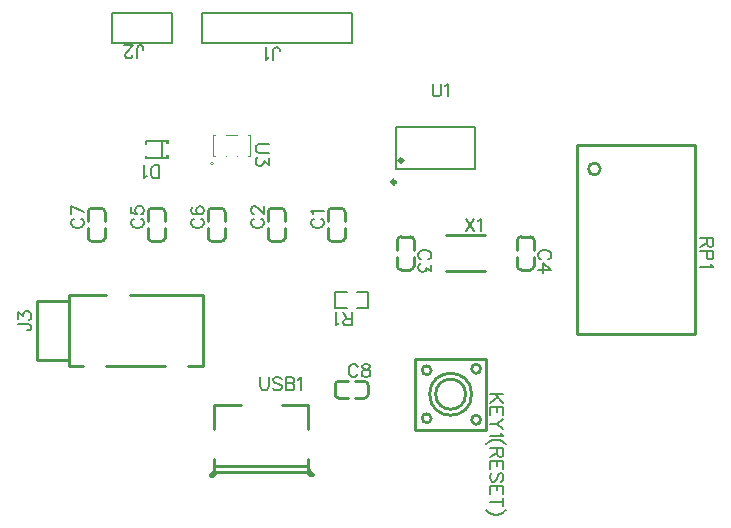
<source format=gto>
G04 Layer: TopSilkscreenLayer*
G04 EasyEDA v6.5.40, 2024-08-17 15:48:36*
G04 cb6e2e9fbd21486d88ae5690d2d3dc00,10*
G04 Gerber Generator version 0.2*
G04 Scale: 100 percent, Rotated: No, Reflected: No *
G04 Dimensions in millimeters *
G04 leading zeros omitted , absolute positions ,4 integer and 5 decimal *
%FSLAX45Y45*%
%MOMM*%

%ADD10C,0.1524*%
%ADD11C,0.2540*%
%ADD12C,0.1520*%
%ADD13C,0.1000*%
%ADD14C,0.2032*%
%ADD15C,0.2030*%
%ADD16C,0.3000*%
%ADD17C,0.0114*%

%LPD*%
D10*
X3352802Y3353815D02*
G01*
X3352802Y3275837D01*
X3357882Y3260344D01*
X3368296Y3249929D01*
X3384044Y3244850D01*
X3394458Y3244850D01*
X3409952Y3249929D01*
X3420366Y3260344D01*
X3425446Y3275837D01*
X3425446Y3353815D01*
X3459736Y3332987D02*
G01*
X3470150Y3338321D01*
X3485898Y3353815D01*
X3485898Y3244850D01*
X2348994Y2211578D02*
G01*
X2338580Y2206244D01*
X2328166Y2195829D01*
X2323086Y2185670D01*
X2323086Y2164842D01*
X2328166Y2154428D01*
X2338580Y2144013D01*
X2348994Y2138679D01*
X2364742Y2133600D01*
X2390650Y2133600D01*
X2406144Y2138679D01*
X2416558Y2144013D01*
X2426972Y2154428D01*
X2432052Y2164842D01*
X2432052Y2185670D01*
X2426972Y2195829D01*
X2416558Y2206244D01*
X2406144Y2211578D01*
X2343914Y2245868D02*
G01*
X2338580Y2256281D01*
X2323086Y2271776D01*
X2432052Y2271776D01*
X1840994Y2211578D02*
G01*
X1830580Y2206244D01*
X1820166Y2195829D01*
X1815086Y2185670D01*
X1815086Y2164842D01*
X1820166Y2154428D01*
X1830580Y2144013D01*
X1840994Y2138679D01*
X1856742Y2133600D01*
X1882650Y2133600D01*
X1898144Y2138679D01*
X1908558Y2144013D01*
X1918972Y2154428D01*
X1924052Y2164842D01*
X1924052Y2185670D01*
X1918972Y2195829D01*
X1908558Y2206244D01*
X1898144Y2211578D01*
X1840994Y2250947D02*
G01*
X1835914Y2250947D01*
X1825500Y2256281D01*
X1820166Y2261362D01*
X1815086Y2271776D01*
X1815086Y2292604D01*
X1820166Y2303018D01*
X1825500Y2308097D01*
X1835914Y2313431D01*
X1846328Y2313431D01*
X1856742Y2308097D01*
X1872236Y2297684D01*
X1924052Y2245868D01*
X1924052Y2318512D01*
X3315210Y1865121D02*
G01*
X3325624Y1870455D01*
X3336038Y1880870D01*
X3341118Y1891029D01*
X3341118Y1911857D01*
X3336038Y1922271D01*
X3325624Y1932686D01*
X3315210Y1938020D01*
X3299462Y1943100D01*
X3273554Y1943100D01*
X3258060Y1938020D01*
X3247646Y1932686D01*
X3237232Y1922271D01*
X3232152Y1911857D01*
X3232152Y1891029D01*
X3237232Y1880870D01*
X3247646Y1870455D01*
X3258060Y1865121D01*
X3341118Y1820418D02*
G01*
X3341118Y1763268D01*
X3299462Y1794510D01*
X3299462Y1779015D01*
X3294382Y1768602D01*
X3289302Y1763268D01*
X3273554Y1758187D01*
X3263140Y1758187D01*
X3247646Y1763268D01*
X3237232Y1773681D01*
X3232152Y1789429D01*
X3232152Y1804923D01*
X3237232Y1820418D01*
X3242312Y1825752D01*
X3252726Y1830831D01*
X4331210Y1865121D02*
G01*
X4341624Y1870455D01*
X4352038Y1880870D01*
X4357118Y1891029D01*
X4357118Y1911857D01*
X4352038Y1922271D01*
X4341624Y1932686D01*
X4331210Y1938020D01*
X4315462Y1943100D01*
X4289554Y1943100D01*
X4274060Y1938020D01*
X4263646Y1932686D01*
X4253232Y1922271D01*
X4248152Y1911857D01*
X4248152Y1891029D01*
X4253232Y1880870D01*
X4263646Y1870455D01*
X4274060Y1865121D01*
X4357118Y1779015D02*
G01*
X4284474Y1830831D01*
X4284474Y1752854D01*
X4357118Y1779015D02*
G01*
X4248152Y1779015D01*
X824994Y2211578D02*
G01*
X814580Y2206244D01*
X804166Y2195829D01*
X799086Y2185670D01*
X799086Y2164842D01*
X804166Y2154428D01*
X814580Y2144013D01*
X824994Y2138679D01*
X840742Y2133600D01*
X866650Y2133600D01*
X882144Y2138679D01*
X892558Y2144013D01*
X902972Y2154428D01*
X908052Y2164842D01*
X908052Y2185670D01*
X902972Y2195829D01*
X892558Y2206244D01*
X882144Y2211578D01*
X799086Y2308097D02*
G01*
X799086Y2256281D01*
X845822Y2250947D01*
X840742Y2256281D01*
X835408Y2271776D01*
X835408Y2287270D01*
X840742Y2303018D01*
X850902Y2313431D01*
X866650Y2318512D01*
X877064Y2318512D01*
X892558Y2313431D01*
X902972Y2303018D01*
X908052Y2287270D01*
X908052Y2271776D01*
X902972Y2256281D01*
X897892Y2250947D01*
X887478Y2245868D01*
X1332994Y2211578D02*
G01*
X1322580Y2206244D01*
X1312166Y2195829D01*
X1307086Y2185670D01*
X1307086Y2164842D01*
X1312166Y2154428D01*
X1322580Y2144013D01*
X1332994Y2138679D01*
X1348742Y2133600D01*
X1374650Y2133600D01*
X1390144Y2138679D01*
X1400558Y2144013D01*
X1410972Y2154428D01*
X1416052Y2164842D01*
X1416052Y2185670D01*
X1410972Y2195829D01*
X1400558Y2206244D01*
X1390144Y2211578D01*
X1322580Y2308097D02*
G01*
X1312166Y2303018D01*
X1307086Y2287270D01*
X1307086Y2277110D01*
X1312166Y2261362D01*
X1327914Y2250947D01*
X1353822Y2245868D01*
X1379730Y2245868D01*
X1400558Y2250947D01*
X1410972Y2261362D01*
X1416052Y2277110D01*
X1416052Y2282189D01*
X1410972Y2297684D01*
X1400558Y2308097D01*
X1385064Y2313431D01*
X1379730Y2313431D01*
X1364236Y2308097D01*
X1353822Y2297684D01*
X1348742Y2282189D01*
X1348742Y2277110D01*
X1353822Y2261362D01*
X1364236Y2250947D01*
X1379730Y2245868D01*
X316994Y2211578D02*
G01*
X306580Y2206244D01*
X296166Y2195829D01*
X291086Y2185670D01*
X291086Y2164842D01*
X296166Y2154428D01*
X306580Y2144013D01*
X316994Y2138679D01*
X332742Y2133600D01*
X358650Y2133600D01*
X374144Y2138679D01*
X384558Y2144013D01*
X394972Y2154428D01*
X400052Y2164842D01*
X400052Y2185670D01*
X394972Y2195829D01*
X384558Y2206244D01*
X374144Y2211578D01*
X291086Y2318512D02*
G01*
X400052Y2266695D01*
X291086Y2245868D02*
G01*
X291086Y2318512D01*
X1038900Y2551684D02*
G01*
X1038900Y2660650D01*
X1038900Y2551684D02*
G01*
X1002578Y2551684D01*
X986830Y2556763D01*
X976670Y2567178D01*
X971336Y2577592D01*
X966256Y2593339D01*
X966256Y2619247D01*
X971336Y2634742D01*
X976670Y2645155D01*
X986830Y2655570D01*
X1002578Y2660650D01*
X1038900Y2660650D01*
X931966Y2572512D02*
G01*
X921552Y2567178D01*
X905804Y2551684D01*
X905804Y2660650D01*
X1963193Y2838488D02*
G01*
X1885215Y2838488D01*
X1869721Y2833408D01*
X1859307Y2822994D01*
X1854227Y2807246D01*
X1854227Y2796832D01*
X1859307Y2781338D01*
X1869721Y2770924D01*
X1885215Y2765844D01*
X1963193Y2765844D01*
X1963193Y2721140D02*
G01*
X1963193Y2663990D01*
X1921537Y2694978D01*
X1921537Y2679484D01*
X1916457Y2669070D01*
X1911377Y2663990D01*
X1895629Y2658656D01*
X1885215Y2658656D01*
X1869721Y2663990D01*
X1859307Y2674404D01*
X1854227Y2689898D01*
X1854227Y2705392D01*
X1859307Y2721140D01*
X1864387Y2726220D01*
X1874801Y2731554D01*
X3632202Y2210815D02*
G01*
X3704846Y2101850D01*
X3704846Y2210815D02*
G01*
X3632202Y2101850D01*
X3739136Y2189987D02*
G01*
X3749550Y2195321D01*
X3765298Y2210815D01*
X3765298Y2101850D01*
X1894027Y867448D02*
G01*
X1894027Y789470D01*
X1899107Y773976D01*
X1909521Y763562D01*
X1925269Y758482D01*
X1935683Y758482D01*
X1951177Y763562D01*
X1961591Y773976D01*
X1966671Y789470D01*
X1966671Y867448D01*
X2073859Y851954D02*
G01*
X2063445Y862368D01*
X2047697Y867448D01*
X2027123Y867448D01*
X2011375Y862368D01*
X2000961Y851954D01*
X2000961Y841540D01*
X2006295Y831126D01*
X2011375Y825792D01*
X2021789Y820712D01*
X2053031Y810298D01*
X2063445Y805218D01*
X2068525Y799884D01*
X2073859Y789470D01*
X2073859Y773976D01*
X2063445Y763562D01*
X2047697Y758482D01*
X2027123Y758482D01*
X2011375Y763562D01*
X2000961Y773976D01*
X2108149Y867448D02*
G01*
X2108149Y758482D01*
X2108149Y867448D02*
G01*
X2154885Y867448D01*
X2170379Y862368D01*
X2175713Y857034D01*
X2180793Y846620D01*
X2180793Y836206D01*
X2175713Y825792D01*
X2170379Y820712D01*
X2154885Y815632D01*
X2108149Y815632D02*
G01*
X2154885Y815632D01*
X2170379Y810298D01*
X2175713Y805218D01*
X2180793Y794804D01*
X2180793Y779056D01*
X2175713Y768642D01*
X2170379Y763562D01*
X2154885Y758482D01*
X2108149Y758482D01*
X2215083Y846620D02*
G01*
X2225497Y851954D01*
X2240991Y867448D01*
X2240991Y758482D01*
X2719580Y953007D02*
G01*
X2714246Y963421D01*
X2703832Y973836D01*
X2693672Y978915D01*
X2672844Y978915D01*
X2662430Y973836D01*
X2652016Y963421D01*
X2646682Y953007D01*
X2641602Y937260D01*
X2641602Y911352D01*
X2646682Y895857D01*
X2652016Y885444D01*
X2662430Y875029D01*
X2672844Y869950D01*
X2693672Y869950D01*
X2703832Y875029D01*
X2714246Y885444D01*
X2719580Y895857D01*
X2779778Y978915D02*
G01*
X2764284Y973836D01*
X2758950Y963421D01*
X2758950Y953007D01*
X2764284Y942594D01*
X2774698Y937260D01*
X2795272Y932179D01*
X2811020Y927100D01*
X2821434Y916686D01*
X2826514Y906271D01*
X2826514Y890523D01*
X2821434Y880110D01*
X2816100Y875029D01*
X2800606Y869950D01*
X2779778Y869950D01*
X2764284Y875029D01*
X2758950Y880110D01*
X2753870Y890523D01*
X2753870Y906271D01*
X2758950Y916686D01*
X2769364Y927100D01*
X2785112Y932179D01*
X2805686Y937260D01*
X2816100Y942594D01*
X2821434Y953007D01*
X2821434Y963421D01*
X2816100Y973836D01*
X2800606Y978915D01*
X2779778Y978915D01*
X2667002Y1307084D02*
G01*
X2667002Y1416050D01*
X2667002Y1307084D02*
G01*
X2620266Y1307084D01*
X2604772Y1312163D01*
X2599438Y1317497D01*
X2594358Y1327912D01*
X2594358Y1338326D01*
X2599438Y1348739D01*
X2604772Y1353820D01*
X2620266Y1358900D01*
X2667002Y1358900D01*
X2630680Y1358900D02*
G01*
X2594358Y1416050D01*
X2560068Y1327912D02*
G01*
X2549654Y1322578D01*
X2533906Y1307084D01*
X2533906Y1416050D01*
X2005332Y3554984D02*
G01*
X2005332Y3638042D01*
X2010666Y3653789D01*
X2015746Y3658870D01*
X2026160Y3663950D01*
X2036574Y3663950D01*
X2046988Y3658870D01*
X2052322Y3653789D01*
X2057402Y3638042D01*
X2057402Y3627628D01*
X1971042Y3575812D02*
G01*
X1960882Y3570478D01*
X1945134Y3554984D01*
X1945134Y3663950D01*
X849632Y3567684D02*
G01*
X849632Y3650742D01*
X854966Y3666489D01*
X860046Y3671570D01*
X870460Y3676650D01*
X880874Y3676650D01*
X891288Y3671570D01*
X896622Y3666489D01*
X901702Y3650742D01*
X901702Y3640328D01*
X810262Y3593592D02*
G01*
X810262Y3588512D01*
X805182Y3578097D01*
X799848Y3572763D01*
X789434Y3567684D01*
X768606Y3567684D01*
X758192Y3572763D01*
X753112Y3578097D01*
X748032Y3588512D01*
X748032Y3598926D01*
X753112Y3609339D01*
X763526Y3624834D01*
X815342Y3676650D01*
X742698Y3676650D01*
X-155013Y1318260D02*
G01*
X-71955Y1318260D01*
X-56207Y1312926D01*
X-51127Y1307845D01*
X-46047Y1297431D01*
X-46047Y1287018D01*
X-51127Y1276604D01*
X-56207Y1271270D01*
X-71955Y1266189D01*
X-82369Y1266189D01*
X-155013Y1362710D02*
G01*
X-155013Y1419860D01*
X-113357Y1388871D01*
X-113357Y1404365D01*
X-108277Y1414779D01*
X-103197Y1419860D01*
X-87449Y1425194D01*
X-77035Y1425194D01*
X-61541Y1419860D01*
X-51127Y1409700D01*
X-46047Y1393952D01*
X-46047Y1378457D01*
X-51127Y1362710D01*
X-56207Y1357629D01*
X-66621Y1352550D01*
X3950731Y723912D02*
G01*
X3841765Y723912D01*
X3950731Y651268D02*
G01*
X3878087Y723912D01*
X3903995Y698004D02*
G01*
X3841765Y651268D01*
X3950731Y616978D02*
G01*
X3841765Y616978D01*
X3950731Y616978D02*
G01*
X3950731Y549414D01*
X3898915Y616978D02*
G01*
X3898915Y575322D01*
X3841765Y616978D02*
G01*
X3841765Y549414D01*
X3950731Y515124D02*
G01*
X3898915Y473468D01*
X3841765Y473468D01*
X3950731Y431812D02*
G01*
X3898915Y473468D01*
X3929903Y397522D02*
G01*
X3935237Y387362D01*
X3950731Y371614D01*
X3841765Y371614D01*
X3971559Y301002D02*
G01*
X3961145Y311416D01*
X3945651Y321830D01*
X3924823Y332244D01*
X3898915Y337324D01*
X3878087Y337324D01*
X3851925Y332244D01*
X3831351Y321830D01*
X3815603Y311416D01*
X3805189Y301002D01*
X3950731Y266712D02*
G01*
X3841765Y266712D01*
X3950731Y266712D02*
G01*
X3950731Y219976D01*
X3945651Y204482D01*
X3940317Y199148D01*
X3929903Y194068D01*
X3919489Y194068D01*
X3909075Y199148D01*
X3903995Y204482D01*
X3898915Y219976D01*
X3898915Y266712D01*
X3898915Y230390D02*
G01*
X3841765Y194068D01*
X3950731Y159778D02*
G01*
X3841765Y159778D01*
X3950731Y159778D02*
G01*
X3950731Y92214D01*
X3898915Y159778D02*
G01*
X3898915Y118122D01*
X3841765Y159778D02*
G01*
X3841765Y92214D01*
X3935237Y-14973D02*
G01*
X3945651Y-4559D01*
X3950731Y11188D01*
X3950731Y31762D01*
X3945651Y47510D01*
X3935237Y57924D01*
X3924823Y57924D01*
X3914409Y52590D01*
X3909075Y47510D01*
X3903995Y37096D01*
X3893581Y5854D01*
X3888501Y-4559D01*
X3883167Y-9639D01*
X3872753Y-14973D01*
X3857259Y-14973D01*
X3846845Y-4559D01*
X3841765Y11188D01*
X3841765Y31762D01*
X3846845Y47510D01*
X3857259Y57924D01*
X3950731Y-49263D02*
G01*
X3841765Y-49263D01*
X3950731Y-49263D02*
G01*
X3950731Y-116827D01*
X3898915Y-49263D02*
G01*
X3898915Y-90665D01*
X3841765Y-49263D02*
G01*
X3841765Y-116827D01*
X3950731Y-187439D02*
G01*
X3841765Y-187439D01*
X3950731Y-151117D02*
G01*
X3950731Y-223761D01*
X3971559Y-258051D02*
G01*
X3961145Y-268465D01*
X3945651Y-278879D01*
X3924823Y-289293D01*
X3898915Y-294373D01*
X3878087Y-294373D01*
X3851925Y-289293D01*
X3831351Y-278879D01*
X3815603Y-268465D01*
X3805189Y-258051D01*
X5728718Y2044700D02*
G01*
X5619752Y2044700D01*
X5728718Y2044700D02*
G01*
X5728718Y1997963D01*
X5723638Y1982470D01*
X5718304Y1977136D01*
X5707890Y1972055D01*
X5697476Y1972055D01*
X5687062Y1977136D01*
X5681982Y1982470D01*
X5676902Y1997963D01*
X5676902Y2044700D01*
X5676902Y2008378D02*
G01*
X5619752Y1972055D01*
X5728718Y1937765D02*
G01*
X5619752Y1937765D01*
X5728718Y1937765D02*
G01*
X5728718Y1891029D01*
X5723638Y1875281D01*
X5718304Y1870202D01*
X5707890Y1864868D01*
X5692396Y1864868D01*
X5681982Y1870202D01*
X5676902Y1875281D01*
X5671568Y1891029D01*
X5671568Y1937765D01*
X5707890Y1830578D02*
G01*
X5713224Y1820163D01*
X5728718Y1804670D01*
X5619752Y1804670D01*
G36*
X1093520Y2748991D02*
G01*
X1093520Y2713736D01*
X1124000Y2713736D01*
X1124000Y2748991D01*
G37*
G36*
X1093520Y2874264D02*
G01*
X1093520Y2839008D01*
X1124000Y2839008D01*
X1124000Y2874264D01*
G37*
X3045581Y2629560D02*
G01*
X3045581Y2983839D01*
X3710823Y2983839D01*
X3710823Y2629560D01*
X3045581Y2629560D01*
D11*
X2500025Y2298001D02*
G01*
X2580027Y2298001D01*
X2469040Y2187026D02*
G01*
X2469040Y2267023D01*
X2611005Y2187026D02*
G01*
X2611005Y2267023D01*
X2468458Y2129436D02*
G01*
X2468458Y2049437D01*
X2499441Y2018454D02*
G01*
X2579438Y2018454D01*
X2610418Y2129436D02*
G01*
X2610418Y2049437D01*
X1992025Y2298001D02*
G01*
X2072027Y2298001D01*
X1961040Y2187026D02*
G01*
X1961040Y2267023D01*
X2103005Y2187026D02*
G01*
X2103005Y2267023D01*
X1960458Y2129436D02*
G01*
X1960458Y2049437D01*
X1991441Y2018454D02*
G01*
X2071438Y2018454D01*
X2102418Y2129436D02*
G01*
X2102418Y2049437D01*
X3164179Y1778698D02*
G01*
X3084177Y1778698D01*
X3195165Y1889673D02*
G01*
X3195165Y1809676D01*
X3053199Y1889673D02*
G01*
X3053199Y1809676D01*
X3195746Y1947263D02*
G01*
X3195746Y2027262D01*
X3164763Y2058245D02*
G01*
X3084766Y2058245D01*
X3053786Y1947263D02*
G01*
X3053786Y2027262D01*
X4180179Y1778698D02*
G01*
X4100177Y1778698D01*
X4211165Y1889673D02*
G01*
X4211165Y1809676D01*
X4069199Y1889673D02*
G01*
X4069199Y1809676D01*
X4211746Y1947263D02*
G01*
X4211746Y2027262D01*
X4180763Y2058245D02*
G01*
X4100766Y2058245D01*
X4069786Y1947263D02*
G01*
X4069786Y2027262D01*
X976025Y2298001D02*
G01*
X1056027Y2298001D01*
X945040Y2187026D02*
G01*
X945040Y2267023D01*
X1087005Y2187026D02*
G01*
X1087005Y2267023D01*
X944458Y2129436D02*
G01*
X944458Y2049437D01*
X975441Y2018454D02*
G01*
X1055438Y2018454D01*
X1086418Y2129436D02*
G01*
X1086418Y2049437D01*
X1484025Y2298001D02*
G01*
X1564027Y2298001D01*
X1453040Y2187026D02*
G01*
X1453040Y2267023D01*
X1595005Y2187026D02*
G01*
X1595005Y2267023D01*
X1452458Y2129436D02*
G01*
X1452458Y2049437D01*
X1483441Y2018454D02*
G01*
X1563438Y2018454D01*
X1594418Y2129436D02*
G01*
X1594418Y2049437D01*
X468025Y2298001D02*
G01*
X548027Y2298001D01*
X437040Y2187026D02*
G01*
X437040Y2267023D01*
X579005Y2187026D02*
G01*
X579005Y2267023D01*
X436458Y2129436D02*
G01*
X436458Y2049437D01*
X467441Y2018454D02*
G01*
X547438Y2018454D01*
X578418Y2129436D02*
G01*
X578418Y2049437D01*
D12*
X925878Y2866621D02*
G01*
X925878Y2845998D01*
X925878Y2721378D02*
G01*
X925878Y2741000D01*
D10*
X1101123Y2721378D02*
G01*
X925878Y2721378D01*
X1101123Y2866621D02*
G01*
X925878Y2866621D01*
X1060678Y2721378D02*
G01*
X1060678Y2866621D01*
D13*
X1510591Y2742102D02*
G01*
X1495996Y2742102D01*
X1605589Y2742102D02*
G01*
X1601421Y2742102D01*
X1700583Y2742102D02*
G01*
X1696417Y2742102D01*
X1805998Y2742102D02*
G01*
X1791413Y2742102D01*
X1510591Y2922104D02*
G01*
X1495996Y2922104D01*
X1700583Y2922104D02*
G01*
X1601419Y2922104D01*
X1805998Y2922104D02*
G01*
X1791411Y2922104D01*
X1805998Y2922104D02*
G01*
X1805998Y2742102D01*
X1495996Y2922104D02*
G01*
X1495996Y2742102D01*
D11*
X3797302Y1765300D02*
G01*
X3467102Y1765300D01*
X3797302Y2070100D02*
G01*
X3467102Y2070100D01*
X2303983Y78701D02*
G01*
X2342692Y36664D01*
X2313330Y36664D01*
X2282850Y69684D01*
X1520088Y69684D01*
X1484528Y31584D01*
X1468094Y31584D01*
X1468094Y36664D01*
X1503984Y78701D01*
X1504975Y628713D02*
G01*
X1729308Y628713D01*
X2080640Y628713D02*
G01*
X2294973Y628713D01*
X1504975Y628713D02*
G01*
X1504975Y431812D01*
X1504975Y175577D02*
G01*
X1504975Y78701D01*
X2294973Y628713D02*
G01*
X2294973Y431812D01*
X2294973Y175577D02*
G01*
X2294973Y78701D01*
X1505000Y113200D02*
G01*
X2294999Y113200D01*
X2806004Y801977D02*
G01*
X2806004Y721974D01*
X2695028Y832962D02*
G01*
X2775026Y832962D01*
X2695028Y690996D02*
G01*
X2775026Y690996D01*
X2637439Y833544D02*
G01*
X2557439Y833544D01*
X2526456Y802561D02*
G01*
X2526456Y722563D01*
X2637439Y691583D02*
G01*
X2557439Y691583D01*
D10*
X2624381Y1590060D02*
G01*
X2528493Y1590060D01*
X2528493Y1457939D01*
X2624381Y1457939D01*
X2709623Y1590060D02*
G01*
X2805511Y1590060D01*
X2805511Y1457939D01*
X2709623Y1457939D01*
D14*
X2476502Y3695700D02*
G01*
X2667002Y3695700D01*
X2667002Y3949700D01*
X1397002Y3949700D01*
X1397002Y3695700D01*
D15*
X1397002Y3695700D02*
G01*
X2476502Y3695700D01*
X635002Y3695700D02*
G01*
X952502Y3695700D01*
D14*
X635002Y3695700D02*
G01*
X635002Y3949700D01*
X1143002Y3949700D01*
X1143002Y3695700D01*
X952502Y3695700D01*
D11*
X275081Y1015111D02*
G01*
X5082Y1015111D01*
X5082Y1515110D01*
X275081Y1515110D01*
X276862Y963929D02*
G01*
X392107Y963929D01*
X588337Y963929D02*
G01*
X1088067Y963929D01*
X1284297Y963929D02*
G01*
X1406862Y963929D01*
X1406862Y963929D02*
G01*
X1406862Y1563931D01*
X1406862Y1563931D02*
G01*
X786457Y1563931D01*
X590227Y1563931D02*
G01*
X276862Y1563931D01*
X276862Y1563931D02*
G01*
X276862Y963929D01*
X3805214Y1023912D02*
G01*
X3805214Y423913D01*
X3205241Y1023912D02*
G01*
X3805240Y1023912D01*
X3205215Y423913D02*
G01*
X3205215Y1023912D01*
X3805214Y423913D02*
G01*
X3205215Y423913D01*
X4572002Y2831896D02*
G01*
X5572000Y2831896D01*
X5572000Y1231900D01*
X4572002Y1231900D01*
X4572002Y2831896D01*
G75*
G01*
X2499441Y2018449D02*
G02*
X2468458Y2049432I0J30983D01*
G75*
G01*
X2610424Y2049432D02*
G02*
X2579439Y2018449I-30983J0D01*
G75*
G01*
X2469040Y2267019D02*
G02*
X2500025Y2298001I30983J0D01*
G75*
G01*
X2580023Y2298001D02*
G02*
X2611006Y2267019I0J-30982D01*
G75*
G01*
X1991441Y2018449D02*
G02*
X1960458Y2049432I0J30983D01*
G75*
G01*
X2102424Y2049432D02*
G02*
X2071439Y2018449I-30983J0D01*
G75*
G01*
X1961040Y2267019D02*
G02*
X1992025Y2298001I30983J0D01*
G75*
G01*
X2072023Y2298001D02*
G02*
X2103006Y2267019I0J-30982D01*
G75*
G01*
X3164764Y2058251D02*
G02*
X3195747Y2027268I0J-30983D01*
G75*
G01*
X3053781Y2027268D02*
G02*
X3084767Y2058251I30983J0D01*
G75*
G01*
X3195165Y1809681D02*
G02*
X3164180Y1778699I-30983J0D01*
G75*
G01*
X3084182Y1778699D02*
G02*
X3053199Y1809681I0J30982D01*
G75*
G01*
X4180764Y2058251D02*
G02*
X4211747Y2027268I0J-30983D01*
G75*
G01*
X4069781Y2027268D02*
G02*
X4100767Y2058251I30983J0D01*
G75*
G01*
X4211165Y1809681D02*
G02*
X4180180Y1778699I-30983J0D01*
G75*
G01*
X4100182Y1778699D02*
G02*
X4069199Y1809681I0J30982D01*
G75*
G01*
X975441Y2018449D02*
G02*
X944458Y2049432I0J30983D01*
G75*
G01*
X1086424Y2049432D02*
G02*
X1055439Y2018449I-30983J0D01*
G75*
G01*
X945040Y2267019D02*
G02*
X976025Y2298001I30983J0D01*
G75*
G01*
X1056023Y2298001D02*
G02*
X1087006Y2267019I0J-30982D01*
G75*
G01*
X1483441Y2018449D02*
G02*
X1452458Y2049432I0J30983D01*
G75*
G01*
X1594424Y2049432D02*
G02*
X1563439Y2018449I-30983J0D01*
G75*
G01*
X1453040Y2267019D02*
G02*
X1484025Y2298001I30983J0D01*
G75*
G01*
X1564023Y2298001D02*
G02*
X1595006Y2267019I0J-30982D01*
G75*
G01*
X467441Y2018449D02*
G02*
X436458Y2049432I0J30983D01*
G75*
G01*
X578424Y2049432D02*
G02*
X547439Y2018449I-30983J0D01*
G75*
G01*
X437040Y2267019D02*
G02*
X468025Y2298001I30983J0D01*
G75*
G01*
X548023Y2298001D02*
G02*
X579006Y2267019I0J-30982D01*
G75*
G01*
X2526452Y802561D02*
G02*
X2557435Y833544I30983J0D01*
G75*
G01*
X2557435Y691578D02*
G02*
X2526452Y722564I0J30983D01*
G75*
G01*
X2775021Y832963D02*
G02*
X2806004Y801977I0J-30983D01*
G75*
G01*
X2806004Y721980D02*
G02*
X2775021Y690997I-30983J0D01*
D16*
G75*
G01
X3100708Y2704795D02*
G03X3100708Y2704795I-15011J0D01*
G75*
G01
X3037284Y2519604D02*
G03X3037284Y2519604I-15011J0D01*
D13*
G75*
G01
X1498603Y2679725D02*
G03X1498603Y2679725I-12700J0D01*
D11*
G75*
G01
X3759215Y939813D02*
G03X3759215Y939813I-38100J0D01*
G75*
G01
X3759215Y508013D02*
G03X3759215Y508013I-38100J0D01*
G75*
G01
X3340115Y927113D02*
G03X3340115Y927113I-38100J0D01*
G75*
G01
X3340115Y520713D02*
G03X3340115Y520713I-38100J0D01*
G75*
G01
X3683015Y723913D02*
G03X3683015Y723913I-177800J0D01*
G75*
G01
X3632215Y723913D02*
G03X3632215Y723913I-127000J0D01*
G75*
G01
X4772002Y2631897D02*
G03X4772002Y2631897I-50013J0D01*
M02*

</source>
